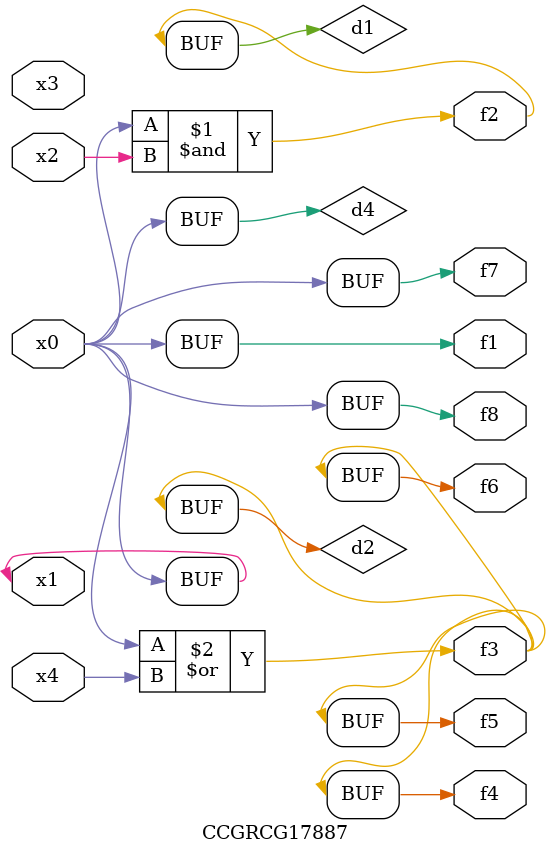
<source format=v>
module CCGRCG17887(
	input x0, x1, x2, x3, x4,
	output f1, f2, f3, f4, f5, f6, f7, f8
);

	wire d1, d2, d3, d4;

	and (d1, x0, x2);
	or (d2, x0, x4);
	nand (d3, x0, x2);
	buf (d4, x0, x1);
	assign f1 = d4;
	assign f2 = d1;
	assign f3 = d2;
	assign f4 = d2;
	assign f5 = d2;
	assign f6 = d2;
	assign f7 = d4;
	assign f8 = d4;
endmodule

</source>
